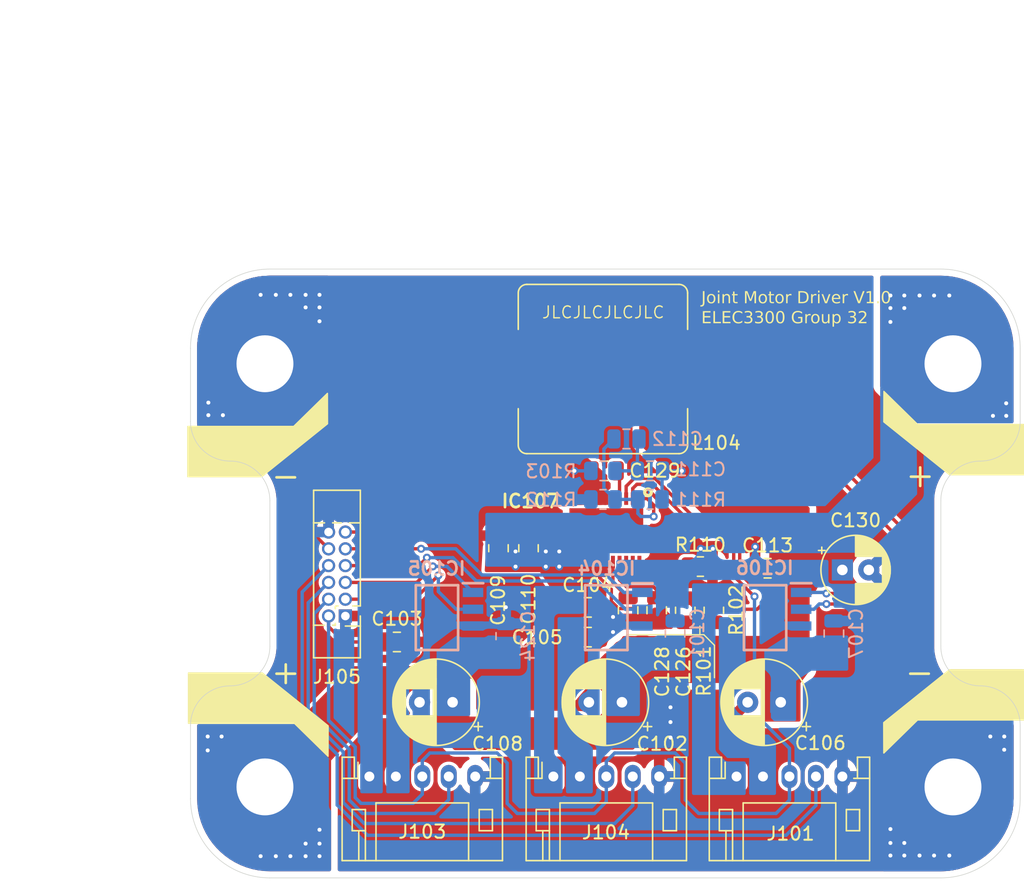
<source format=kicad_pcb>
(kicad_pcb (version 20240108) (generator "pcbnew") (generator_version "8.0")
  (layers (0 "F.Cu" signal) (31 "B.Cu" signal) (34 "B.Paste" user) (35 "F.Paste" user) (36 "B.SilkS" user "B.Silkscreen") (37 "F.SilkS" user "F.Silkscreen") (38 "B.Mask" user) (39 "F.Mask" user) (44 "Edge.Cuts" user))
  (net 0 "")
  (net 1 "GND")
  (net 2 "+3V3")
  (net 3 "+4V")
  (net 4 "+BATT")
  (net 5 "Net-(IC107-VREG)")
  (net 6 "Net-(IC107-LL_1)")
  (net 7 "Net-(IC107-VBST)")
  (net 8 "Net-(IC104-FO)")
  (net 9 "Net-(IC104-BO)")
  (net 10 "Net-(IC105-FO)")
  (net 11 "Net-(IC105-BO)")
  (net 12 "Net-(IC106-BO)")
  (net 13 "Net-(IC106-FO)")
  (net 14 "Net-(IC107-TRIP)")
  (net 15 "/TB_POT")
  (net 16 "/VFB")
  (net 17 "/FE_POT")
  (net 18 "/SH_POT")
  (net 19 "Net-(IC107-MODE)")
  (net 20 "Net-(C111-Pad1)")
  (net 21 "/TB_IN1")
  (net 22 "/SH_IN1")
  (net 23 "/FE_IN1")
  (net 24 "/TB_IN2")
  (net 25 "/SH_IN2")
  (net 26 "/FE_IN2")
  (net 27 "/PGOOD")
  (footprint "MountingHole:MountingHole_4.3mm_M4_DIN965_Pad" (layer "F.Cu") (at 178.5 59.3)
    (property "Reference" "H105" (hide yes))
    (property "Value" "PAD1+")
  )
  (footprint "Connector_JST:JST_PH_S5B-PH-K_1x05_P2.00mm_Horizontal" (layer "F.Cu") (at 148.299 90.514)
    (property "Reference" "J104")
    (property "Value" "SHOULDER MOTOR")
  )
  (footprint "Resistor_SMD:R_0805_2012Metric" (layer "F.Cu") (at 158.268 77.941 90)
    (property "Reference" "R101")
    (property "Value" "RMODE")
  )
  (footprint "MountingHole:MountingHole_4.3mm_M4_DIN965_Pad" (layer "F.Cu") (at 126.5 59.3)
    (property "Reference" "H101" (hide yes))
    (property "Value" "PAD1-")
  )
  (footprint "Connector_PinHeader_1.27mm:PinHeader_2x06_P1.27mm_Vertical" (layer "F.Cu") (at 132.5786 78.3774 180)
    (property "Reference" "J105")
    (property "Value" "DT_INOUT")
  )
  (footprint "Capacitor_THT:CP_Radial_D6.3mm_P2.50mm" (layer "F.Cu") (at 165.48238 84.9 180)
    (property "Reference" "C106")
    (property "Value" "470u 10V")
  )
  (footprint "Capacitor_THT:CP_Radial_D6.3mm_P2.50mm" (layer "F.Cu") (at 140.68238 84.9 180)
    (property "Reference" "C108")
    (property "Value" "470u 10V")
  )
  (footprint "Capacitor_THT:CP_Radial_D5.0mm_P2.00mm" (layer "F.Cu") (at 170.139888 74.893)
    (property "Reference" "C130")
    (property "Value" "120u")
  )
  (footprint "Capacitor_SMD:C_0805_2012Metric" (layer "F.Cu") (at 152.172 67.4 180)
    (property "Reference" "C129")
    (property "Value" "100n")
  )
  (footprint "Capacitor_SMD:C_0805_2012Metric" (layer "F.Cu") (at 144.15 73.25 90)
    (property "Reference" "C109")
    (property "Value" "10u")
  )
  (footprint "Capacitor_THT:CP_Radial_D6.3mm_P2.50mm" (layer "F.Cu") (at 153.48238 84.9 180)
    (property "Reference" "C102")
    (property "Value" "470u 10V")
  )
  (footprint "MountingHole:MountingHole_4.3mm_M4_DIN965_Pad" (layer "F.Cu") (at 178.5 91.3)
    (property "Reference" "H103" (hide yes))
    (property "Value" "PAD2-")
  )
  (footprint "Resistor_SMD:R_0805_2012Metric" (layer "F.Cu") (at 159.411 74.639)
    (property "Reference" "R110")
    (property "Value" "150k")
  )
  (footprint "Inductor_SMD:L_TaiTech_TMPC1265_13.5x12.5mm" (layer "F.Cu") (at 152.045 59.7)
    (property "Reference" "L104")
    (property "Value" "1265 2u2")
  )
  (footprint "Connector_JST:JST_PH_S5B-PH-K_1x05_P2.00mm_Horizontal" (layer "F.Cu") (at 134.392 90.514)
    (property "Reference" "J103")
    (property "Value" "FEMUR MOTOR")
  )
  (footprint "SamacSys_Parts:SON50P500X600X150-23N-D" (layer "F.Cu") (at 152.3 71.9 -90)
    (property "Reference" "IC107")
    (property "Value" "TPS53319DQPT" (hide yes))
  )
  (footprint "Capacitor_SMD:C_0805_2012Metric" (layer "F.Cu") (at 146.42 73.25 90)
    (property "Reference" "C110")
    (property "Value" "10u")
  )
  (footprint "Resistor_SMD:R_0805_2012Metric" (layer "F.Cu") (at 160.427 77.941 90)
    (property "Reference" "R102")
    (property "Value" "100k")
  )
  (footprint "MountingHole:MountingHole_4.3mm_M4_DIN965_Pad" (layer "F.Cu") (at 126.5 91.3)
    (property "Reference" "H102" (hide yes))
    (property "Value" "PAD2+")
  )
  (footprint "Connector_JST:JST_PH_S5B-PH-K_1x05_P2.00mm_Horizontal" (layer "F.Cu") (at 162.142 90.514)
    (property "Reference" "J101")
    (property "Value" "TIBIA MOTOR")
  )
  (footprint "Capacitor_SMD:C_0805_2012Metric" (layer "F.Cu") (at 150.9 79.976)
    (property "Reference" "C105")
    (property "Value" "10u")
  )
  (footprint "Capacitor_SMD:C_0805_2012Metric" (layer "F.Cu") (at 150.9 77.726)
    (property "Reference" "C104")
    (property "Value" "10u")
  )
  (footprint "Capacitor_SMD:C_0805_2012Metric" (layer "F.Cu") (at 164.491 74.766 180)
    (property "Reference" "C113")
    (property "Value" "22u")
  )
  (footprint "Capacitor_SMD:C_0805_2012Metric" (layer "F.Cu") (at 136.472598 80.34 180)
    (property "Reference" "C103")
    (property "Value" "100n")
  )
  (footprint "Capacitor_SMD:C_0805_2012Metric" (layer "F.Cu") (at 156.109 77.941 -90)
    (property "Reference" "C126")
    (property "Value" "1u")
  )
  (footprint "Capacitor_SMD:C_0805_2012Metric" (layer "F.Cu") (at 153.95 77.941 -90)
    (property "Reference" "C128")
    (property "Value" "1u")
  )
  (footprint "SamacSys_Parts:SOIC127P600X175-8N" (layer "B.Cu") (at 139.5 78.5 180)
    (property "Reference" "IC105")
    (property "Value" "SS6285L" (hide yes))
  )
  (footprint "Capacitor_SMD:C_0805_2012Metric" (layer "B.Cu") (at 144.7 79.9 90)
    (property "Reference" "C124")
    (property "Value" "100n")
  )
  (footprint "Resistor_SMD:R_0805_2012Metric" (layer "B.Cu") (at 152.045 69.559 180)
    (property "Reference" "R112")
    (property "Value" "10k")
  )
  (footprint "SamacSys_Parts:SOIC127P600X175-8N" (layer "B.Cu") (at 152.3 78.5 180)
    (property "Reference" "IC104")
    (property "Value" "SS6285L" (hide yes))
  )
  (footprint "Capacitor_SMD:C_0805_2012Metric" (layer "B.Cu") (at 155.601 67.4)
    (property "Reference" "C111")
    (property "Value" "100n")
  )
  (footprint "Resistor_SMD:R_0805_2012Metric" (layer "B.Cu") (at 152.045 67.4)
    (property "Reference" "R103")
    (property "Value" "1k33")
  )
  (footprint "Capacitor_SMD:C_0805_2012Metric" (layer "B.Cu") (at 169.5 79.7 90)
    (property "Reference" "C107")
    (property "Value" "100n")
  )
  (footprint "Capacitor_SMD:C_0805_2012Metric" (layer "B.Cu") (at 157.5 79.7 90)
    (property "Reference" "C101")
    (property "Value" "100n")
  )
  (footprint "Capacitor_SMD:C_0805_2012Metric" (layer "B.Cu") (at 153.823 64.987)
    (property "Reference" "C112")
    (property "Value" "1n")
  )
  (footprint "SamacSys_Parts:SOIC127P600X175-8N" (layer "B.Cu") (at 164.3 78.5 180)
    (property "Reference" "IC106")
    (property "Value" "SS6285L" (hide yes))
  )
  (footprint "Resistor_SMD:R_0805_2012Metric" (layer "B.Cu") (at 155.601 69.559 180)
    (property "Reference" "R111")
    (property "Value" "56k2")
  )
  (gr_line (start 175.322598 67.84) (end 176.722598 67.84) (stroke (width 0.2)) (layer "F.SilkS"))
  (gr_line (start 153.822598 79.79) (end 159.672598 79.79) (stroke (width 0.1)) (layer "F.SilkS"))
  (gr_poly (pts (xy 131.222598 61.54) (xy 131.228831 63.84) (xy 126.250646 67.84) (xy 120.672598 67.84) (xy 120.672598 64.04) (xy 128.672598 64.04)) (stroke (width 0.1)) (fill solid) (layer "F.SilkS"))
  (gr_poly (pts (xy 173.280082 61.394004) (xy 173.273849 63.694004) (xy 178.252035 67.694004) (xy 183.830082 67.694004) (xy 183.830082 63.894003) (xy 175.830082 63.894004)) (stroke (width 0.1)) (fill solid) (layer "F.SilkS"))
  (gr_line (start 128.172598 82.74) (end 127.772598 82.74) (stroke (width 0.1)) (layer "F.SilkS"))
  (gr_line (start 128.072598 82.04) (end 128.072598 83.44) (stroke (width 0.2)) (layer "F.SilkS"))
  (gr_poly (pts (xy 131.271527 88.985336) (xy 131.27776 86.685336) (xy 126.299574 82.685336) (xy 120.721527 82.685336) (xy 120.721527 86.485337) (xy 128.721526 86.485336)) (stroke (width 0.1)) (fill solid) (layer "F.SilkS"))
  (gr_line (start 176.022598 67.14) (end 176.022598 68.54) (stroke (width 0.2)) (layer "F.SilkS"))
  (gr_line (start 159.672598 79.79) (end 160.472598 80.59) (stroke (width 0.1)) (layer "F.SilkS"))
  (gr_line (start 160.472598 80.59) (end 160.472598 83.04) (stroke (width 0.1)) (layer "F.SilkS"))
  (gr_line (start 175.272598 82.74) (end 176.672598 82.74) (stroke (width 0.2)) (layer "F.SilkS"))
  (gr_poly (pts (xy 173.272598 88.74) (xy 173.266365 86.44) (xy 178.244551 82.44) (xy 183.822598 82.44) (xy 183.822598 86.24) (xy 175.822598 86.24)) (stroke (width 0.1)) (fill solid) (layer "F.SilkS"))
  (gr_line (start 159.372598 79.79) (end 159.372598 79.14) (stroke (width 0.1)) (layer "F.SilkS"))
  (gr_line (start 127.372598 67.89) (end 128.772598 67.89) (stroke (width 0.2)) (layer "F.SilkS"))
  (gr_line (start 127.372598 82.74) (end 128.772598 82.74) (stroke (width 0.2)) (layer "F.SilkS"))
  (gr_line (start 128.172598 67.89) (end 127.772598 67.89) (stroke (width 0.1)) (layer "F.SilkS"))
  (gr_line (start 176.122598 67.84) (end 175.722598 67.84) (stroke (width 0.1)) (layer "F.SilkS"))
  (gr_arc (start 126.872598 80.66) (mid 125.993918 82.78132) (end 123.872598 83.66) (stroke (width 0.05)) (layer "Edge.Cuts"))
  (gr_arc (start 123.872598 66.66) (mid 121.751278 65.78132) (end 120.872598 63.66) (stroke (width 0.05)) (layer "Edge.Cuts"))
  (gr_line (start 120.872598 63.66) (end 120.872598 58.14) (stroke (width 0.05)) (layer "Edge.Cuts"))
  (gr_arc (start 123.872598 66.66) (mid 125.993918 67.53868) (end 126.872598 69.66) (stroke (width 0.05)) (layer "Edge.Cuts"))
  (gr_line (start 177.582598 69.66) (end 177.582598 80.66) (stroke (width 0.05)) (layer "Edge.Cuts"))
  (gr_line (start 126.872598 80.66) (end 126.872598 69.66) (stroke (width 0.05)) (layer "Edge.Cuts"))
  (gr_arc (start 183.582598 92.18) (mid 181.825239 96.422641) (end 177.582598 98.18) (stroke (width 0.05)) (layer "Edge.Cuts"))
  (gr_arc (start 177.582598 52.14) (mid 181.825239 53.897359) (end 183.582598 58.14) (stroke (width 0.05)) (layer "Edge.Cuts"))
  (gr_arc (start 180.582598 83.66) (mid 182.703918 84.53868) (end 183.582598 86.66) (stroke (width 0.05)) (layer "Edge.Cuts"))
  (gr_arc (start 180.582598 83.66) (mid 178.461278 82.78132) (end 177.582598 80.66) (stroke (width 0.05)) (layer "Edge.Cuts"))
  (gr_line (start 177.582598 98.18) (end 126.872598 98.18) (stroke (width 0.05)) (layer "Edge.Cuts"))
  (gr_arc (start 126.872598 98.18) (mid 122.629957 96.422641) (end 120.872598 92.18) (stroke (width 0.05)) (layer "Edge.Cuts"))
  (gr_line (start 120.872598 86.66) (end 120.872598 92.18) (stroke (width 0.05)) (layer "Edge.Cuts"))
  (gr_line (start 183.582598 63.66) (end 183.582598 58.14) (stroke (width 0.05)) (layer "Edge.Cuts"))
  (gr_arc (start 177.582598 69.66) (mid 178.461278 67.538679) (end 180.582598 66.66) (stroke (width 0.05)) (layer "Edge.Cuts"))
  (gr_arc (start 120.872598 58.14) (mid 122.629957 53.897359) (end 126.872598 52.14) (stroke (width 0.05)) (layer "Edge.Cuts"))
  (gr_line (start 183.582598 86.66) (end 183.582598 92.18) (stroke (width 0.05)) (layer "Edge.Cuts"))
  (gr_arc (start 120.872598 86.66) (mid 121.751278 84.53868) (end 123.872598 83.66) (stroke (width 0.05)) (layer "Edge.Cuts"))
  (gr_line (start 126.872598 52.14) (end 177.582598 52.14) (stroke (width 0.05)) (layer "Edge.Cuts"))
  (gr_arc (start 183.582598 63.66) (mid 182.703918 65.78132) (end 180.582598 66.66) (stroke (width 0.05)) (layer "Edge.Cuts"))
  (gr_text "Joint Motor Driver V1.0\nELEC3300 Group 32" (at 159.472598 56.39 0) (layer "F.SilkS") (effects (font (size 0.9 0.9) (thickness 0.1)) (justify left bottom)))
  (gr_text "JLCJLCJLCJLC" (at 147.372598 55.94 0) (layer "F.SilkS") (effects (font (size 0.9 0.9) (thickness 0.1)) (justify left bottom)))
  (segment (start 152.8 71.4) (end 152.3 71.9) (width 0.254) (layer "F.Cu") (net 1))
  (segment (start 152.8 69.5) (end 152.8 71.4) (width 0.254) (layer "F.Cu") (net 1))
  (via (at 122.222598 62.24) (size 0.6) (drill 0.3) (layers "F.Cu" "B.Cu") (net 1))
  (via (at 181.322598 87.49) (size 0.6) (drill 0.3) (layers "F.Cu" "B.Cu") (net 1))
  (via (at 175.972597 96.49) (size 0.6) (drill 0.3) (layers "F.Cu" "B.Cu") (net 1))
  (via (at 129.572598 55.04) (size 0.6) (drill 0.3) (layers "F.Cu" "B.Cu") (net 1))
  (via (at 160.3508 73.2928) (size 0.6) (drill 0.3) (layers "F.Cu" "B.Cu") (net 1))
  (via (at 174.822599 96.49) (size 0.6) (drill 0.3) (layers "F.Cu" "B.Cu") (net 1))
  (via (at 152.807 79.592) (size 0.6) (drill 0.3) (layers "F.Cu" "B.Cu") (net 1))
  (via (at 126.172598 54.09) (size 0.6) (drill 0.3) (layers "F.Cu" "B.Cu") (net 1))
  (via (at 182.372598 88.49) (size 0.6) (drill 0.3) (layers "F.Cu" "B.Cu") (net 1))
  (via (at 130.622598 56.09) (size 0.6) (drill 0.3) (layers "F.Cu" "B.Cu") (net 1))
  (via (at 173.772598 95.54) (size 0.6) (drill 0.3) (layers "F.Cu" "B.Cu") (net 1))
  (via (at 123.322598 63.19) (size 0.6) (drill 0.3) (layers "F.Cu" "B.Cu") (net 1))
  (via (at 157.1504 86.3992) (size 0.6) (drill 0.3) (layers "F.Cu" "B.Cu") (net 1))
  (via (at 173.772598 94.49) (size 0.6) (drill 0.3) (layers "F.Cu" "B.Cu") (net 1))
  (via (at 130.622598 55.04) (size 0.6) (drill 0.3) (layers "F.Cu" "B.Cu") (net 1))
  (via (at 152.807 78.449) (size 0.6) (drill 0.3) (layers "F.Cu" "B.Cu") (net 1))
  (via (at 128.422598 54.09) (size 0.6) (drill 0.3) (layers "F.Cu" "B.Cu") (net 1))
  (via (at 157.1504 87.5676) (size 0.6) (drill 0.3) (layers "F.Cu" "B.Cu") (net 1))
  (via (at 127.322598 54.09) (size 0.6) (drill 0.3) (layers "F.Cu" "B.Cu") (net 1))
  (via (at 130.622598 54.09) (size 0.6) (drill 0.3) (layers "F.Cu" "B.Cu") (net 1))
  (via (at 178.222598 96.49) (size 0.6) (drill 0.3) (layers "F.Cu" "B.Cu") (net 1))
  (via (at 174.822598 95.54) (size 0.6) (drill 0.3) (layers "F.Cu" "B.Cu") (net 1))
  (via (at 182.376753 87.49) (size 0.6) (drill 0.3) (layers "F.Cu" "B.Cu") (net 1))
  (via (at 144.7044 77.7124) (size 0.6) (drill 0.3) (layers "F.Cu" "B.Cu") (net 1))
  (via (at 163.5512 73.1404) (size 0.6) (drill 0.3) (layers "F.Cu" "B.Cu") (net 1))
  (via (at 159.4364 73.2928) (size 0.6) (drill 0.3) (layers "F.Cu" "B.Cu") (net 1))
  (via (at 129.572598 54.09) (size 0.6) (drill 0.3) (layers "F.Cu" "B.Cu") (net 1))
  (via (at 122.222598 63.19) (size 0.6) (drill 0.3) (layers "F.Cu" "B.Cu") (net 1))
  (via (at 173.772598 96.490001) (size 0.6) (drill 0.3) (layers "F.Cu" "B.Cu") (net 1))
  (via (at 157.1504 85.2816) (size 0.6) (drill 0.3) (layers "F.Cu" "B.Cu") (net 1))
  (via (at 177.072598 96.49) (size 0.6) (drill 0.3) (layers "F.Cu" "B.Cu") (net 1))
  (segment (start 155.7788 68.416) (end 154.6104 68.416) (width 0.254) (layer "F.Cu") (net 2))
  (segment (start 163.5004 76.8996) (end 163.484621 76.8996) (width 0.254) (layer "F.Cu") (net 2))
  (segment (start 161.9288 72.889599) (end 161.366801 72.3276) (width 0.254) (layer "F.Cu") (net 2))
  (segment (start 159.6904 72.3276) (end 155.7788 68.416) (width 0.254) (layer "F.Cu") (net 2))
  (segment (start 132.472598 80.34) (end 131.308599 79.176001) (width 0.254) (layer "F.Cu") (net 2))
  (segment (start 135.522599 80.34) (end 132.472598 80.34) (width 0.254) (layer "F.Cu") (net 2))
  (segment (start 161.9288 75.34378) (end 161.9288 72.889599) (width 0.254) (layer "F.Cu") (net 2))
  (segment (start 154.3 68.7264) (end 154.3 69.5) (width 0.254) (layer "F.Cu") (net 2))
  (segment (start 161.366801 72.3276) (end 159.6904 72.3276) (width 0.254) (layer "F.Cu") (net 2))
  (segment (start 131.308599 79.176001) (end 131.308599 78.3774) (width 0.254) (layer "F.Cu") (net 2))
  (segment (start 154.6104 68.416) (end 154.3 68.7264) (width 0.254) (layer "F.Cu") (net 2))
  (segment (start 163.484621 76.8996) (end 162.194747 75.609727) (width 0.254) (layer "F.Cu") (net 2))
  (segment (start 162.194747 75.609727) (end 161.9288 75.34378) (width 0.254) (layer "F.Cu") (net 2))
  (via (at 163.5004 76.8996) (size 0.6) (drill 0.3) (layers "F.Cu" "B.Cu") (net 2))
  (segment (start 132.129279 87.087122) (end 133.322 88.279843) (width 0.254) (layer "B.Cu") (net 2))
  (segment (start 144.806 89.498) (end 144.806 92.546) (width 0.254) (layer "B.Cu") (net 2))
  (segment (start 165.126 93.308) (end 166.142 92.292) (width 0.254) (layer "B.Cu") (net 2))
  (segment (start 152.934 88.736) (end 157.506 88.736) (width 0.254) (layer "B.Cu") (net 2))
  (segment (start 131.308599 78.3774) (end 131.308599 86.266443) (width 0.254) (layer "B.Cu") (net 2))
  (segment (start 166.142 92.292) (end 166.142 90.514) (width 0.254) (layer "B.Cu") (net 2))
  (segment (start 151.41 93.308) (end 152.299 92.419) (width 0.254) (layer "B.Cu") (net 2))
  (segment (start 138.964 88.736) (end 144.044 88.736) (width 0.254) (layer "B.Cu") (net 2))
  (segment (start 138.392 89.308) (end 138.964 88.736) (width 0.254) (layer "B.Cu") (net 2))
  (segment (start 158.268 89.498) (end 158.268 92.292) (width 0.254) (layer "B.Cu") (net 2))
  (segment (start 133.764052 92.546) (end 137.694 92.546) (width 0.254) (layer "B.Cu") (net 2))
  (segment (start 152.299 92.419) (end 152.299 90.514) (width 0.254) (layer "B.Cu") (net 2))
  (segment (start 166.142 88.3804) (end 166.142 90.514) (width 0.254) (layer "B.Cu") (net 2))
  (segment (start 159.284 93.308) (end 165.126 93.308) (width 0.254) (layer "B.Cu") (net 2))
  (segment (start 133.322 92.103948) (end 133.764052 92.546) (width 0.254) (layer "B.Cu") (net 2))
  (segment (start 163.5004 82.5384) (end 164.10938 83.14738) (width 0.254) (layer "B.Cu") (net 2))
  (segment (start 145.568 93.308) (end 151.41 93.308) (width 0.254) (layer "B.Cu") (net 2))
  (segment (start 131.308599 86.266443) (end 132.129278 87.087122) (width 0.254) (layer "B.Cu") (net 2))
  (segment (start 164.10938 86.34778) (end 166.142 88.3804) (width 0.254) (layer "B.Cu") (net 2))
  (segment (start 132.129278 87.087122) (end 132.129279 87.087122) (width 0.254) (layer "B.Cu") (net 2))
  (segment (start 164.10938 83.14738) (end 164.10938 86.34778) (width 0.254) (layer "B.Cu") (net 2))
  (segment (start 157.506 88.736) (end 158.268 89.498) (width 0.254) (layer "B.Cu") (net 2))
  (segment (start 163.5004 76.8996) (end 163.5004 82.5384) (width 0.254) (layer "B.Cu") (net 2))
  (segment (start 138.392 91.848) (end 138.392 90.514) (width 0.254) (layer "B.Cu") (net 2))
  (segment (start 138.392 90.514) (end 138.392 89.308) (width 0.254) (layer "B.Cu") (net 2))
  (segment (start 144.806 92.546) (end 145.568 93.308) (width 0.254) (layer "B.Cu") (net 2))
  (segment (start 133.322 88.279843) (end 133.322 92.103948) (width 0.254) (layer "B.Cu") (net 2))
  (segment (start 137.694 92.546) (end 138.392 91.848) (width 0.254) (layer "B.Cu") (net 2))
  (segment (start 152.299 90.514) (end 152.299 89.371) (width 0.254) (layer "B.Cu") (net 2))
  (segment (start 144.044 88.736) (end 144.806 89.498) (width 0.254) (layer "B.Cu") (net 2))
  (segment (start 152.299 89.371) (end 152.934 88.736) (width 0.254) (layer "B.Cu") (net 2))
  (segment (start 158.268 92.292) (end 159.284 93.308) (width 0.254) (layer "B.Cu") (net 2))
  (via (at 158.014 67.4) (size 0.6) (drill 0.3) (layers "F.Cu" "B.Cu") (net 3))
  (segment (start 156.5135 69.559) (end 156.5135 67.437499) (width 0.254) (layer "B.Cu") (net 3))
  (segment (start 156.550999 67.4) (end 158.014 67.4) (width 0.254) (layer "B.Cu") (net 3))
  (segment (start 156.5135 67.437499) (end 156.550999 67.4) (width 0.254) (layer "B.Cu") (net 3))
  (segment (start 156.109 76.417) (end 156.109 76.991001) (width 0.254) (layer "F.Cu") (net 4))
  (segment (start 152.68 77.268929) (end 152.68 76.363054) (width 0.254) (layer "F.Cu") (net 4))
  (segment (start 155.282 77.818001) (end 153.229072 77.818001) (width 0.254) (layer "F.Cu") (net 4))
  (segment (start 153.3 75.64) (end 153.823 76.163) (width 0.254) (layer "F.Cu") (net 4))
  (segment (start 151.8 75.483054) (end 151.8 74.3) (width 0.254) (layer "F.Cu") (net 4))
  (segment (start 152.68 76.363054) (end 151.8 75.483054) (width 0.254) (layer "F.Cu") (net 4))
  (segment (start 153.823 76.163) (end 155.855 76.163) (width 0.254) (layer "F.Cu") (net 4))
  (segment (start 156.109 76.991001) (end 155.282 77.818001) (width 0.254) (layer "F.Cu") (net 4))
  (segment (start 153.3 74.3) (end 153.3 75.64) (width 0.254) (layer "F.Cu") (net 4))
  (segment (start 153.229072 77.818001) (end 152.68 77.268929) (width 0.254) (layer "F.Cu") (net 4))
  (segment (start 155.855 76.163) (end 156.109 76.417) (width 0.254) (layer "F.Cu") (net 4))
  (via (at 129.572598 96.539999) (size 0.6) (drill 0.3) (layers "F.Cu" "B.Cu") (net 4))
  (via (at 130.622598 96.54) (size 0.6) (drill 0.3) (layers "F.Cu" "B.Cu") (net 4))
  (via (at 128.422599 96.539999) (size 0.6) (drill 0.3) (layers "F.Cu" "B.Cu") (net 4))
  (via (at 175.972597 54.14) (size 0.6) (drill 0.3) (layers "F.Cu" "B.Cu") (net 4))
  (via (at 173.772598 56.14) (size 0.6) (drill 0.3) (layers "F.Cu" "B.Cu") (net 4))
  (via (at 145.441 73.496) (size 0.6) (drill 0.3) (layers "F.Cu" "B.Cu") (net 4))
  (via (at 174.822599 54.14) (size 0.6) (drill 0.3) (layers "F.Cu" "B.Cu") (net 4))
  (via (at 148.743 74.639) (size 0.6) (drill 0.3) (layers "F.Cu" "B.Cu") (net 4))
  (via (at 145.441 74.639) (size 0.6) (drill 0.3) (layers "F.Cu" "B.Cu") (net 4))
  (via (at 148.743 73.496) (size 0.6) (drill 0.3) (layers "F.Cu" "B.Cu") (net 4))
  (via (at 173.772598 54.139999) (size 0.6) (drill 0.3) (layers "F.Cu" "B.Cu") (net 4))
  (via (at 182.522598 62.29) (size 0.6) (drill 0.3) (layers "F.Cu" "B.Cu") (net 4))
  (via (at 127.322598 96.539999) (size 0.6) (drill 0.3) (layers "F.Cu" "B.Cu") (net 4))
  (via (at 130.622598 95.589999) (size 0.6) (drill 0.3) (layers "F.Cu" "B.Cu") (net 4))
  (via (at 147.727 74.639) (size 0.6) (drill 0.3) (layers "F.Cu" "B.Cu") (net 4))
  (via (at 177.072598 54.14) (size 0.6) (drill 0.3) (layers "F.Cu" "B.Cu") (net 4))
  (via (at 173.772598 55.09) (size 0.6) (drill 0.3) (layers "F.Cu" "B.Cu") (net 4))
  (via (at 129.572598 95.589999) (size 0.6) (drill 0.3) (layers "F.Cu" "B.Cu") (net 4))
  (via (at 123.222598 87.49) (size 0.6) (drill 0.3) (layers "F.Cu" "B.Cu") (net 4))
  (via (at 122.172598 87.49) (size 0.6) (drill 0.3) (layers "F.Cu" "B.Cu") (net 4))
  (via (at 181.522598 63.24) (size 0.6) (drill 0.3) (layers "F.Cu" "B.Cu") (net 4))
  (via (at 174.822598 55.09) (size 0.6) (drill 0.3) (layers "F.Cu" "B.Cu") (net 4))
  (via (at 182.526753 63.24) (size 0.6) (drill 0.3) (layers "F.Cu" "B.Cu") (net 4))
  (via (at 178.222598 54.14) (size 0.6) (drill 0.3) (layers "F.Cu" "B.Cu") (net 4))
  (via (at 130.622598 94.539999) (size 0.6) (drill 0.3) (layers "F.Cu" "B.Cu") (net 4))
  (via (at 147.727 73.496) (size 0.6) (drill 0.3) (layers "F.Cu" "B.Cu") (net 4))
  (via (at 126.172598 96.539999) (size 0.6) (drill 0.3) (layers "F.Cu" "B.Cu") (net 4))
  (via (at 122.172598 88.54) (size 0.6) (drill 0.3) (layers "F.Cu" "B.Cu") (net 4))
  (segment (start 152.8 75.841001) (end 152.8 74.3) (width 0.254) (layer "F.Cu") (net 5))
  (segment (start 153.95 76.991001) (end 152.8 75.841001) (width 0.254) (layer "F.Cu") (net 5))
  (via (at 149.886 67.4) (size 0.6) (drill 0.3) (layers "F.Cu" "B.Cu") (net 6))
  (segment (start 151.1325 67.4) (end 149.886 67.4) (width 0.254) (layer "B.Cu") (net 6))
  (segment (start 153.3 69.5) (end 153.3 67.578001) (width 0.254) (layer "F.Cu") (net 7))
  (segment (start 153.3 67.578001) (end 153.121999 67.4) (width 0.254) (layer "F.Cu") (net 7))
  (segment (start 154.439 75.255) (end 156.382 75.255) (width 0.254) (layer "F.Cu") (net 14))
  (segment (start 154.3 75.116) (end 154.439 75.255) (width 0.254) (layer "F.Cu") (net 14))
  (segment (start 156.382 75.255) (end 156.998 74.639) (width 0.254) (layer "F.Cu") (net 14))
  (segment (start 154.3 74.3) (end 154.3 75.116) (width 0.254) (layer "F.Cu") (net 14))
  (segment (start 156.998 74.639) (end 158.4985 74.639) (width 0.254) (layer "F.Cu") (net 14))
  (segment (start 134.250895 94.959) (end 131.96 92.668105) (width 0.254) (layer "B.Cu") (net 15))
  (segment (start 165.888 94.959) (end 134.250895 94.959) (width 0.254) (layer "B.Cu") (net 15))
  (segment (start 131.96 92.668105) (end 131.96 88.844) (width 0.254) (layer "B.Cu") (net 15))
  (segment (start 131.96 88.844) (end 129.312 86.196) (width 0.254) (layer "B.Cu") (net 15))
  (segment (start 129.312 86.196) (end 129.312 76.564) (width 0.254) (layer "B.Cu") (net 15))
  (segment (start 168.142 92.705) (end 165.888 94.959) (width 0.254) (layer "B.Cu") (net 15))
  (segment (start 168.142 90.514) (end 168.142 92.705) (width 0.254) (layer "B.Cu") (net 15))
  (segment (start 129.312 76.564) (end 131.3086 74.5674) (width 0.254) (layer "B.Cu") (net 15))
  (segment (start 154.8 69.5) (end 155.3896 69.5) (width 0.254) (layer "F.Cu") (net 16))
  (segment (start 155.6264 69.7368) (end 155.8804 69.9908) (width 0.254) (layer "F.Cu") (net 16))
  (segment (start 155.8804 69.9908) (end 155.8804 70.8544) (width 0.254) (layer "F.Cu") (net 16))
  (segment (start 155.3896 69.5) (end 155.6264 69.7368) (width 0.254) (layer "F.Cu") (net 16))
  (via (at 155.8804 70.8544) (size 0.6) (drill 0.3) (layers "F.Cu" "B.Cu") (net 16))
  (segment (start 154.6885 70.6277) (end 154.6885 69.559) (width 0.254) (layer "B.Cu") (net 16))
  (segment (start 152.9575 69.559) (end 154.6885 69.559) (width 0.254) (layer "B.Cu") (net 16))
  (segment (start 154.9152 70.8544) (end 154.6885 70.6277) (width 0.254) (layer "B.Cu") (net 16))
  (segment (start 155.8804 70.8544) (end 154.9152 70.8544) (width 0.254) (layer "B.Cu") (net 16))
  (segment (start 152.873001 64.987) (end 152.118 65.742001) (width 0.254) (layer "B.Cu") (net 16))
  (segment (start 152.118 65.742001) (end 152.118 68.7195) (width 0.254) (layer "B.Cu") (net 16))
  (segment (start 152.118 68.7195) (end 152.9575 69.559) (width 0.254) (layer "B.Cu") (net 16))
  (segment (start 139.345 93.308) (end 133.884 93.308) (width 0.254) (layer "B.Cu") (net 17))
  (segment (start 140.392 92.261) (end 139.345 93.308) (width 0.254) (layer "B.Cu") (net 17))
  (segment (start 132.868 88.467896) (end 130.2232 85.823096) (width 0.254) (layer "B.Cu") (net 17))
  (segment (start 140.392 90.514) (end 140.392 92.261) (width 0.254) (layer "B.Cu") (net 17))
  (segment (start 130.2232 78.1928) (end 131.3086 77.1074) (width 0.254) (layer "B.Cu") (net 17))
  (segment (start 132.868 92.292) (end 132.868 88.467896) (width 0.254) (layer "B.Cu") (net 17))
  (segment (start 130.2232 85.823096) (end 130.2232 78.1928) (width 0.254) (layer "B.Cu") (net 17))
  (segment (start 133.884 93.308) (end 132.868 92.292) (width 0.254) (layer "B.Cu") (net 17))
  (segment (start 129.7692 77.3768) (end 129.7692 86.011148) (width 0.254) (layer "B.Cu") (net 18))
  (segment (start 132.414 88.655948) (end 132.414 92.480052) (width 0.254) (layer "B.Cu") (net 18))
  (segment (start 154.299 92.705) (end 154.299 90.514) (width 0.254) (layer "B.Cu") (net 18))
  (segment (start 134.003948 94.07) (end 152.934 94.07) (width 0.254) (layer "B.Cu") (net 18))
  (segment (start 132.414 92.480052) (end 134.003948 94.07) (width 0.254) (layer "B.Cu") (net 18))
  (segment (start 131.3086 75.8374) (end 129.7692 77.3768) (width 0.254) (layer "B.Cu") (net 18))
  (segment (start 129.7692 86.011148) (end 132.414 88.655948) (width 0.254) (layer "B.Cu") (net 18))
  (segment (start 152.934 94.07) (end 154.299 92.705) (width 0.254) (layer "B.Cu") (net 18))
  (segment (start 160.427 78.8535) (end 158.268 78.8535) (width 0.254) (layer "F.Cu") (net 19))
  (segment (start 157.241 76.544) (end 156.406 75.709) (width 0.254) (layer "F.Cu") (net 19))
  (segment (start 157.241 77.8265) (end 157.241 76.544) (width 0.254) (layer "F.Cu") (net 19))
  (segment (start 156.406 75.709) (end 154.131 75.709) (width 0.254) (layer "F.Cu") (net 19))
  (segment (start 158.268 78.8535) (end 157.241 77.8265) (width 0.254) (layer "F.Cu") (net 19))
  (segment (start 154.131 75.709) (end 153.8 75.378) (width 0.254) (layer "F.Cu") (net 19))
  (segment (start 153.8 75.378) (end 153.8 74.3) (width 0.254) (layer "F.Cu") (net 19))
  (segment (start 154.651001 67.4) (end 152.9575 67.4) (width 0.254) (layer "B.Cu") (net 20))
  (segment (start 154.651001 65.108998) (end 154.772999 64.987) (width 0.254) (layer "B.Cu") (net 20))
  (segment (start 154.651001 67.4) (end 154.651001 65.108998) (width 0.254) (layer "B.Cu") (net 20))
  (segment (start 143.028 66.6888) (end 143.028 56.584598) (width 0.254) (layer "F.Cu") (net 21))
  (segment (start 138.202 68.8224) (end 140.8944 68.8224) (width 0.254) (layer "F.Cu") (net 21))
  (segment (start 163.729 58.129) (end 163.729 61.812) (width 0.254) (layer "F.Cu") (net 21))
  (segment (start 173.635 76.671) (end 168.936 76.671) (width 0.254) (layer "F.Cu") (net 21))
  (segment (start 134.997 72.0274) (end 138.202 68.8224) (width 0.254) (layer "F.Cu") (net 21))
  (segment (start 160.554 54.954) (end 163.729 58.129) (width 0.254) (layer "F.Cu") (net 21))
  (segment (start 163.729 61.812) (end 174.778 72.861) (width 0.254) (layer "F.Cu") (net 21))
  (segment (start 174.778 75.528) (end 173.635 76.671) (width 0.254) (layer "F.Cu") (net 21))
  (segment (start 132.5786 72.0274) (end 134.997 72.0274) (width 0.254) (layer "F.Cu") (net 21))
  (segment (start 174.778 72.861) (end 174.778 75.528) (width 0.254) (layer "F.Cu") (net 21))
  (segment (start 144.658598 54.954) (end 160.554 54.954) (width 0.254) (layer "F.Cu") (net 21))
  (segment (start 140.8944 68.8224) (end 143.028 66.6888) (width 0.254) (layer "F.Cu") (net 21))
  (segment (start 143.028 56.584598) (end 144.658598 54.954) (width 0.254) (layer "F.Cu") (net 21))
  (via (at 168.936 76.671) (size 0.6) (drill 0.3) (layers "F.Cu" "B.Cu") (net 21))
  (segment (start 167.025 76.595) (end 168.86 76.595) (width 0.254) (layer "B.Cu") (net 21))
  (segment (start 168.86 76.595) (end 168.936 76.671) (width 0.254) (layer "B.Cu") (net 21))
  (segment (start 138.3036 73.2928) (end 132.583201 73.2928) (width 0.254) (layer "F.Cu") (net 22))
  (segment (start 132.583201 73.2928) (end 132.5786 73.297401) (width 0.254) (layer "F.Cu") (net 22))
  (via (at 138.3036 73.2928) (size 0.6) (drill 0.3) (layers "F.Cu" "B.Cu") (net 22))
  (segment (start 140.9198 73.2928) (end 142.901 75.274) (width 0.254) (layer "B.Cu") (net 22))
  (segment (start 153.62 76.595) (end 155.025 76.595) (width 0.254) (layer "B.Cu") (net 22))
  (segment (start 142.901 75.274) (end 152.299 75.274) (width 0.254) (layer "B.Cu") (net 22))
  (segment (start 138.3036 73.2928) (end 140.9198 73.2928) (width 0.254) (layer "B.Cu") (net 22))
  (segment (start 152.299 75.274) (end 153.62 76.595) (width 0.254) (layer "B.Cu") (net 22))
  (segment (start 137.977322 75.8374) (end 132.5786 75.8374) (width 0.254) (layer "F.Cu") (net 23))
  (segment (start 139.190097 74.624625) (end 137.977322 75.8374) (width 0.254) (layer "F.Cu") (net 23))
  (via (at 139.190097 74.624625) (size 0.6) (drill 0.3) (layers "F.Cu" "B.Cu") (net 23))
  (segment (start 140.254625 74.624625) (end 142.225 76.595) (width 0.254) (layer "B.Cu") (net 23))
  (segment (start 139.190097 74.624625) (end 140.254625 74.624625) (width 0.254) (layer "B.Cu") (net 23))
  (segment (start 160.935 54.319) (end 164.491 57.875) (width 0.254) (layer "F.Cu") (net 24))
  (segment (start 131.3086 73.2974) (end 130.328 72.3168) (width 0.254) (layer "F.Cu") (net 24))
  (segment (start 173.977997 77.471003) (end 168.936 77.471003) (width 0.254) (layer "F.Cu") (net 24))
  (segment (start 130.328 72.3168) (end 130.328 70.448) (width 0.254) (layer "F.Cu") (net 24))
  (segment (start 175.413 76.036) (end 173.977997 77.471003) (width 0.254) (layer "F.Cu") (net 24))
  (segment (start 142.139 55.973598) (end 143.793598 54.319) (width 0.254) (layer "F.Cu") (net 24))
  (segment (start 142.139 65.773598) (end 142.139 55.973598) (width 0.254) (layer "F.Cu") (net 24))
  (segment (start 164.491 61.558) (end 175.413 72.48) (width 0.254) (layer "F.Cu") (net 24))
  (segment (start 130.328 70.448) (end 131.4456 69.3304) (width 0.254) (layer "F.Cu") (net 24))
  (segment (start 175.413 72.48) (end 175.413 76.036) (width 0.254) (layer "F.Cu") (net 24))
  (segment (start 164.491 57.875) (end 164.491 61.558) (width 0.254) (layer "F.Cu") (net 24))
  (segment (start 137.4908 67.7048) (end 140.207798 67.7048) (width 0.254) (layer "F.Cu") (net 24))
  (segment (start 140.207798 67.7048) (end 142.139 65.773598) (width 0.254) (layer "F.Cu") (net 24))
  (segment (start 143.793598 54.319) (end 160.935 54.319) (width 0.254) (layer "F.Cu") (net 24))
  (segment (start 135.8652 69.3304) (end 137.4908 67.7048) (width 0.254) (layer "F.Cu") (net 24))
  (segment (start 131.4456 69.3304) (end 135.8652 69.3304) (width 0.254) (layer "F.Cu") (net 24))
  (via (at 168.936 77.471003) (size 0.6) (drill 0.3) (layers "F.Cu" "B.Cu") (net 24))
  (segment (start 168.301 77.56) (end 168.389997 77.471003) (width 0.254) (layer "B.Cu") (net 24))
  (segment (start 167.025 77.865) (end 167.996 77.865) (width 0.254) (layer "B.Cu") (net 24))
  (segment (start 168.389997 77.471003) (end 168.936 77.471003) (width 0.254) (layer "B.Cu") (net 24))
  (segment (start 167.996 77.865) (end 168.301 77.56) (width 0.254) (layer "B.Cu") (net 24))
  (segment (start 138.738726 73.964119) (end 138.135445 74.5674) (width 0.254) (layer "F.Cu") (net 25))
  (segment (start 138.135445 74.5674) (end 132.5786 74.5674) (width 0.254) (layer "F.Cu") (net 25))
  (via (at 138.738726 73.964119) (size 0.6) (drill 0.3) (layers "F.Cu" "B.Cu") (net 25))
  (segment (start 153.747 77.865) (end 155.025 77.865) (width 0.254) (layer "B.Cu") (net 25))
  (segment (start 142.466 75.728) (end 151.61 75.728) (width 0.254) (layer "B.Cu") (net 25))
  (segment (start 140.702119 73.964119) (end 142.466 75.728) (width 0.254) (layer "B.Cu") (net 25))
  (segment (start 151.61 75.728) (end 153.747 77.865) (width 0.254) (layer "B.Cu") (net 25))
  (segment (start 138.738726 73.964119) (end 140.702119 73.964119) (width 0.254) (layer "B.Cu") (net 25))
  (segment (start 137.807216 77.107399) (end 132.5786 77.107399) (width 0.254) (layer "F.Cu") (net 26))
  (segment (start 139.607525 75.30709) (end 137.807216 77.107399) (width 0.254) (layer "F.Cu") (net 26))
  (via (at 139.607525 75.30709) (size 0.6) (drill 0.3) (layers "F.Cu" "B.Cu") (net 26))
  (segment (start 139.607525 75.30709) (end 139.607525 76.527125) (width 0.254) (layer "B.Cu") (net 26))
  (segment (start 140.9454 77.865) (end 142.225 77.865) (width 0.254) (layer "B.Cu") (net 26))
  (segment (start 139.607525 76.527125) (end 140.9454 77.865) (width 0.254) (layer "B.Cu") (net 26))
  (segment (start 153.8 69.5) (end 153.8 68.566) (width 0.254) (layer "F.Cu") (net 27))
  (segment (start 155.966852 67.962) (end 159.878452 71.8736) (width 0.254) (layer "F.Cu") (net 27))
  (segment (start 159.878452 71.8736) (end 161.554853 71.8736) (width 0.254) (layer "F.Cu") (net 27))
  (segment (start 163.6888 75.818) (end 164.3132 76.4424) (width 0.254) (layer "F.Cu") (net 27))
  (segment (start 162.3828 75.155727) (end 163.045073 75.818) (width 0.254) (layer "F.Cu") (net 27))
  (segment (start 162.3828 72.701547) (end 162.3828 75.155727) (width 0.254) (layer "F.Cu") (net 27))
  (segment (start 163.045073 75.818) (end 163.6888 75.818) (width 0.254) (layer "F.Cu") (net 27))
  (segment (start 164.3132 76.4424) (end 164.3132 77.2552) (width 0.254) (layer "F.Cu") (net 27))
  (segment (start 153.8 68.566) (end 154.404 67.962) (width 0.254) (layer "F.Cu") (net 27))
  (segment (start 163.7004 77.868) (end 159.1075 77.868) (width 0.254) (layer "F.Cu") (net 27))
  (segment (start 154.404 67.962) (end 155.966852 67.962) (width 0.254) (layer "F.Cu") (net 27))
  (segment (start 164.3132 77.2552) (end 163.7004 77.868) (width 0.254) (layer "F.Cu") (net 27))
  (segment (start 161.554853 71.8736) (end 162.3828 72.701547) (width 0.254) (layer "F.Cu") (net 27))
  (segment (start 159.1075 77.868) (end 158.268 77.0285) (width 0.254) (layer "F.Cu") (net 27))
  (zone (net 4) (net_name "+BATT") (layer "F.Cu") (priority 1) (connect_pads yes (clearance 0.25)) (min_thickness 0.25) (fill yes (thermal_gap 0.3) (thermal_bridge_width 0.5))
    (polygon (pts (xy 128.75 86.55) (xy 133.069001 82.171) (xy 144.372001 82.171) (xy 148.055001 78.742) (xy 148.055001 76.202) (xy 147.293001 75.059) (xy 143.102001 75.059) (xy 143.229001 73.027) (xy 152.754001 73.027) (xy 152.627001 75.059) (xy 152.246001 75.44) (xy 151.230001 75.44) (xy 150.976001 75.694) (xy 151.029 83.148) (xy 148.743 85.815) (xy 134.720001 85.854) (xy 131.5 89.3)))
  )
  (zone (net 6) (net_name "Net-(IC107-LL_1)") (layer "F.Cu") (priority 2) (connect_pads yes (clearance 0.25)) (min_thickness 0.25) (fill yes (thermal_gap 0.3) (thermal_bridge_width 0.5))
    (polygon (pts (xy 149.8352 56.7828) (xy 149.833001 65.495) (xy 152.627001 67.947) (xy 152.627001 70.106) (xy 148.9716 70.0924) (xy 146.531001 67.82) (xy 144.753001 66.169) (xy 144.753001 56.7828)))
  )
  (zone (net 3) (net_name "+4V") (layer "F.Cu") (priority 3) (connect_pads yes (clearance 0.5)) (min_thickness 0.25) (fill yes (thermal_gap 0.3) (thermal_bridge_width 0.5))
    (polygon (pts (xy 159.866001 56.771) (xy 159.876705 62.32) (xy 165.888 68.455) (xy 165.888 68.455) (xy 167.666 70.194) (xy 167.666 72.607) (xy 168.555 73.496) (xy 171.222 73.496) (xy 171.222 76.036) (xy 168.555 76.036) (xy 167.666 76.925) (xy 167.666 82.513) (xy 166.978001 83.441) (xy 166.978001 86.362) (xy 164.184001 86.362) (xy 164.184001 83.441) (xy 156.617 83.441) (xy 155.347 84.291) (xy 155.347 87.466) (xy 154.331 88.482) (xy 140.816001 88.521) (xy 139.419001 87.124) (xy 139.419001 83.568) (xy 141.959001 83.568) (xy 141.959001 85.981) (xy 150.521 86.069) (xy 151.664 85.053) (xy 151.664 81.751) (xy 153.569 79.846) (xy 163.856 79.885) (xy 164.618 79.211) (xy 164.618 72.226) (xy 164.11 71.757) (xy 159.4364 71.757) (xy 157.633 69.979) (xy 157.633 68.162) (xy 154.786001 65.368) (xy 154.786001 56.771)))
  )
  (zone (net 4) (net_name "+BATT") (layers "F&B.Cu") (priority 1) (connect_pads yes (clearance 0.5)) (min_thickness 0.25) (fill yes (thermal_gap 0.5) (thermal_bridge_width 0.5))
    (polygon (pts (xy 120.75 86.55) (xy 128.75 86.55) (xy 131.5 89.3) (xy 131.5 98.3) (xy 120.750001 98.3)))
  )
  (zone (net 1) (net_name "GND") (layers "F&B.Cu") (connect_pads yes (clearance 0.5)) (min_thickness 0.25) (fill yes (thermal_gap 0.5) (thermal_bridge_width 0.5))
    (polygon (pts (xy 173.25 98.3) (xy 173.25 88.8) (xy 175.75 86.3) (xy 183.75 86.3) (xy 183.75 98.3)))
  )
  (zone (net 1) (net_name "GND") (layers "F&B.Cu") (connect_pads yes (clearance 0.5)) (min_thickness 0.25) (fill yes (thermal_gap 0.5) (thermal_bridge_width 0.5))
    (polygon (pts (xy 131.25 52.05) (xy 131.25 61.55) (xy 128.75 64.05) (xy 120.75 64.05) (xy 120.75 52.05)))
  )
  (zone (net 1) (net_name "GND") (layers "F&B.Cu") (connect_pads (clearance 0.25)) (min_thickness 0.25) (fill yes (thermal_gap 0.5) (thermal_bridge_width 0.8))
    (polygon (pts (xy 120.75 52.05) (xy 183.75 52.05) (xy 183.75 98.3) (xy 120.750001 98.3)))
  )
  (zone (net 4) (net_name "+BATT") (layers "F&B.Cu") (connect_pads yes (clearance 0.5)) (min_thickness 0.25) (fill yes (thermal_gap 0.5) (thermal_bridge_width 0.5))
    (polygon (pts (xy 183.750001 63.8) (xy 175.750001 63.8) (xy 173.000001 61.050001) (xy 173.000001 52.049999) (xy 183.75 52.05)))
  )
  (zone (net 3) (net_name "+4V") (layer "B.Cu") (priority 6) (connect_pads yes (clearance 0.5)) (min_thickness 0.25) (fill yes (thermal_gap 0.3) (thermal_bridge_width 0.5))
    (polygon (pts (xy 152.299 85.942) (xy 152.299 80.989) (xy 153.823 79.846) (xy 158.649 79.846) (xy 158.649 82.513) (xy 155.728 82.513) (xy 154.839 83.148) (xy 154.839 85.942)))
  )
  (zone (net 3) (net_name "+4V") (layer "B.Cu") (priority 5) (connect_pads yes (clearance 0.5)) (min_thickness 0.25) (fill yes (thermal_gap 0.3) (thermal_bridge_width 0.5))
    (polygon (pts (xy 139.472 85.942) (xy 139.472 80.989) (xy 140.996 79.846) (xy 145.822 79.846) (xy 145.822 82.386) (xy 142.647 82.386) (xy 142.012 83.021) (xy 142.012 85.942)))
  )
  (zone (net 8) (net_name "Net-(IC104-FO)") (layer "B.Cu") (priority 10) (connect_pads yes (clearance 0.25)) (min_thickness 0.25) (fill yes (thermal_gap 0.5) (thermal_bridge_width 0.5))
    (polygon (pts (xy 150.648 78.449) (xy 150.648 87.72) (xy 151.283 88.355) (xy 151.283 91.784) (xy 149.251 91.784) (xy 149.251 89.371) (xy 148.616 88.736) (xy 148.616 78.449)))
  )
  (zone (net 11) (net_name "Net-(IC105-BO)") (layer "B.Cu") (priority 9) (connect_pads yes (clearance 0.25)) (min_thickness 0.25) (fill yes (thermal_gap 0.5) (thermal_bridge_width 0.5))
    (polygon (pts (xy 133.503 91.784) (xy 135.408 91.784) (xy 135.408 78.449) (xy 138.329 78.449) (xy 138.329 75.782) (xy 133.503 75.782)))
  )
  (zone (net 10) (net_name "Net-(IC105-FO)") (layer "B.Cu") (priority 8) (connect_pads yes (clearance 0.25)) (min_thickness 0.25) (fill yes (thermal_gap 0.5) (thermal_bridge_width 0.5))
    (polygon (pts (xy 135.408 91.784) (xy 137.44 91.784) (xy 137.3892 82.0812) (xy 138.2274 81.243) (xy 138.2274 78.449) (xy 135.408 78.449)))
  )
  (zone (net 12) (net_name "Net-(IC106-BO)") (layer "B.Cu") (priority 11) (connect_pads yes (clearance 0.25)) (min_thickness 0.25) (fill yes (thermal_gap 0.5) (thermal_bridge_width 0.5))
    (polygon (pts (xy 158.776 75.909) (xy 162.84 75.909) (xy 162.84 78.449) (xy 160.808 78.449) (xy 160.808 88.482) (xy 161.443 89.117) (xy 163.094 89.117) (xy 163.094 91.911) (xy 158.776 91.911)))
  )
  (zone (net 13) (net_name "Net-(IC106-FO)") (layer "B.Cu") (priority 12) (connect_pads yes (clearance 0.25)) (min_thickness 0.25) (fill yes (thermal_gap 0.5) (thermal_bridge_width 0.5))
    (polygon (pts (xy 162.84 78.449) (xy 162.84 86.704) (xy 163.475 87.339) (xy 165.126 87.339) (xy 165.126 91.911) (xy 163.094 91.911) (xy 163.094 89.117) (xy 161.443 89.117) (xy 160.808 88.482) (xy 160.808 78.449)))
  )
  (zone (net 3) (net_name "+4V") (layer "B.Cu") (priority 7) (connect_pads yes (clearance 0.5)) (min_thickness 0.25) (fill yes (thermal_gap 0.3) (thermal_bridge_width 0.5))
    (polygon (pts (xy 166.015 79.846) (xy 170.587 79.846) (xy 170.587 82.513) (xy 167.793 82.513) (xy 166.65 83.275) (xy 166.65 86.323) (xy 164.237 86.323) (xy 164.237 80.989)))
  )
  (zone (net 4) (net_name "+BATT") (layer "B.Cu") (priority 4) (connect_pads yes (clearance 0.5)) (min_thickness 0.25) (fill yes (thermal_gap 0.3) (thermal_bridge_width 0.5))
    (polygon (pts (xy 173.000001 61.050001) (xy 173 66.638) (xy 169.063 70.575) (xy 143.155 70.575) (xy 143.155 75.02) (xy 152.553 75.02) (xy 152.553 73.623) (xy 171.349 73.623) (xy 175.794 69.178) (xy 175.750001 63.8)))
  )
  (zone (net 9) (net_name "Net-(IC104-BO)") (layer "B.Cu") (priority 9) (connect_pads yes (clearance 0.25)) (min_thickness 0.25) (fill yes (thermal_gap 0.5) (thermal_bridge_width 0.5))
    (polygon (pts (xy 146.838 91.784) (xy 149.251 91.784) (xy 149.251 89.371) (xy 148.616 88.736) (xy 148.616 78.449) (xy 150.648 78.449) (xy 150.648 75.909) (xy 146.838 75.909)))
  )
)
</source>
